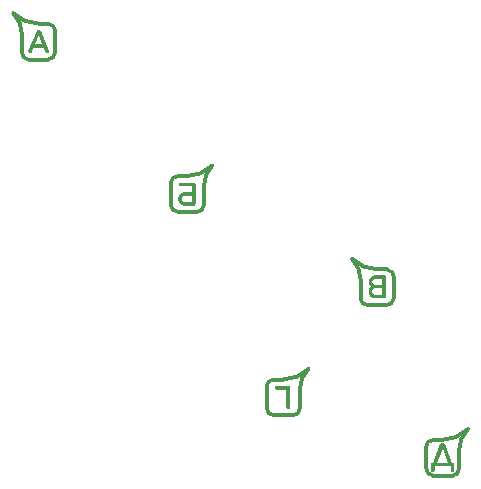
<source format=gbo>
G04*
G04 #@! TF.GenerationSoftware,Altium Limited,Altium Designer,21.0.8 (223)*
G04*
G04 Layer_Color=16777215*
%FSLAX44Y44*%
%MOMM*%
G71*
G04*
G04 #@! TF.SameCoordinates,817B6129-E2F9-410E-B20C-35ABB6862B10*
G04*
G04*
G04 #@! TF.FilePolarity,Positive*
G04*
G01*
G75*
%ADD58C,0.3000*%
G36*
X656344Y151839D02*
X656539Y151783D01*
X656733Y151727D01*
X656900Y151644D01*
X657011Y151533D01*
X657122Y151477D01*
X657177Y151422D01*
X657205Y151394D01*
X657344Y151228D01*
X657455Y151033D01*
X657538Y150867D01*
X657594Y150700D01*
X657621Y150561D01*
X657649Y150450D01*
Y150367D01*
Y150339D01*
Y133626D01*
X657621Y133377D01*
X657594Y133127D01*
X657510Y132932D01*
X657399Y132766D01*
X657177Y132488D01*
X656872Y132322D01*
X656594Y132211D01*
X656372Y132155D01*
X656178Y132127D01*
X656122D01*
X655845Y132155D01*
X655622Y132183D01*
X655428Y132266D01*
X655262Y132349D01*
X654984Y132599D01*
X654817Y132877D01*
X654706Y133154D01*
X654651Y133404D01*
X654623Y133571D01*
Y133599D01*
Y133626D01*
Y148840D01*
X646378D01*
X646128Y148868D01*
X645934Y148896D01*
X645739Y148979D01*
X645573Y149062D01*
X645462Y149118D01*
X645378Y149201D01*
X645323Y149229D01*
X645295Y149257D01*
X645156Y149423D01*
X645045Y149590D01*
X644962Y149784D01*
X644906Y149951D01*
X644879Y150117D01*
X644851Y150228D01*
Y150311D01*
Y150339D01*
X644879Y150589D01*
X644906Y150811D01*
X644990Y151006D01*
X645073Y151144D01*
X645156Y151283D01*
X645212Y151367D01*
X645267Y151422D01*
X645295Y151450D01*
X645462Y151589D01*
X645628Y151700D01*
X645823Y151755D01*
X645989Y151811D01*
X646156Y151839D01*
X646267Y151866D01*
X656122D01*
X656344Y151839D01*
D02*
G37*
G36*
X576330Y323950D02*
X576524Y323894D01*
X576719Y323839D01*
X576885Y323755D01*
X576996Y323644D01*
X577107Y323589D01*
X577163Y323533D01*
X577191Y323505D01*
X577329Y323339D01*
X577440Y323144D01*
X577524Y322978D01*
X577579Y322811D01*
X577607Y322673D01*
X577635Y322561D01*
Y322478D01*
Y322450D01*
Y305987D01*
X577607Y305765D01*
X577551Y305571D01*
X577496Y305377D01*
X577413Y305210D01*
X577329Y305099D01*
X577246Y304988D01*
X577218Y304932D01*
X577191Y304905D01*
X576996Y304766D01*
X576830Y304655D01*
X576635Y304571D01*
X576469Y304516D01*
X576330Y304488D01*
X576219Y304461D01*
X568695D01*
X568251Y304488D01*
X567835Y304544D01*
X567418Y304627D01*
X567030Y304738D01*
X566335Y304988D01*
X566030Y305154D01*
X565725Y305321D01*
X565475Y305460D01*
X565253Y305627D01*
X565059Y305765D01*
X564892Y305904D01*
X564753Y305987D01*
X564670Y306071D01*
X564614Y306126D01*
X564586Y306154D01*
X564281Y306487D01*
X564031Y306820D01*
X563781Y307153D01*
X563587Y307514D01*
X563420Y307847D01*
X563282Y308208D01*
X563087Y308847D01*
X563004Y309152D01*
X562948Y309402D01*
X562921Y309652D01*
X562893Y309846D01*
X562865Y310041D01*
Y310152D01*
Y310235D01*
Y310263D01*
X562893Y310707D01*
X562948Y311123D01*
X563032Y311540D01*
X563143Y311901D01*
X563420Y312595D01*
X563559Y312928D01*
X563726Y313206D01*
X563892Y313455D01*
X564031Y313678D01*
X564198Y313872D01*
X564309Y314038D01*
X564420Y314177D01*
X564503Y314261D01*
X564559Y314316D01*
X564586Y314344D01*
X564920Y314649D01*
X565253Y314899D01*
X565586Y315121D01*
X565947Y315315D01*
X566280Y315482D01*
X566641Y315621D01*
X567279Y315815D01*
X567557Y315898D01*
X567835Y315954D01*
X568084Y315982D01*
X568279Y316010D01*
X568473Y316037D01*
X574609D01*
Y320951D01*
X565003D01*
X564725Y320979D01*
X564503Y321007D01*
X564309Y321090D01*
X564142Y321173D01*
X563865Y321423D01*
X563698Y321701D01*
X563587Y321978D01*
X563531Y322228D01*
X563504Y322395D01*
Y322423D01*
Y322450D01*
X563531Y322728D01*
X563559Y322950D01*
X563643Y323172D01*
X563726Y323339D01*
X563976Y323616D01*
X564253Y323783D01*
X564531Y323894D01*
X564781Y323950D01*
X564947Y323977D01*
X576108D01*
X576330Y323950D01*
D02*
G37*
G36*
X787250Y103670D02*
X787500Y103559D01*
X787666Y103476D01*
X787833Y103365D01*
X787860Y103337D01*
X787916Y103309D01*
X788110Y103171D01*
X788305Y102949D01*
X788388Y102837D01*
X788444Y102726D01*
X794607Y86985D01*
X795134D01*
X795245Y86958D01*
X795384Y86930D01*
X795551Y86874D01*
X795717Y86791D01*
X795912Y86680D01*
X796078Y86513D01*
X796106Y86486D01*
X796161Y86430D01*
X796217Y86347D01*
X796328Y86208D01*
X796411Y86069D01*
X796467Y85875D01*
X796522Y85680D01*
X796550Y85458D01*
Y80406D01*
Y80378D01*
Y80350D01*
X796522Y80156D01*
X796467Y79934D01*
X796356Y79656D01*
X796189Y79351D01*
X795912Y79128D01*
X795745Y79018D01*
X795523Y78934D01*
X795301Y78906D01*
X795023Y78879D01*
X794968D01*
X794773Y78906D01*
X794551Y78962D01*
X794274Y79073D01*
X793968Y79240D01*
X793746Y79517D01*
X793635Y79711D01*
X793552Y79906D01*
X793524Y80128D01*
X793496Y80406D01*
Y83931D01*
X779948D01*
Y80406D01*
Y80378D01*
Y80350D01*
Y80267D01*
X779921Y80156D01*
X779865Y79906D01*
X779754Y79601D01*
X779587Y79295D01*
X779310Y79045D01*
X779143Y78934D01*
X778949Y78879D01*
X778727Y78823D01*
X778449Y78795D01*
X778338D01*
X778199Y78823D01*
X778061Y78851D01*
X777866Y78906D01*
X777672Y78990D01*
X777477Y79101D01*
X777311Y79267D01*
X777283Y79295D01*
X777255Y79351D01*
X777172Y79434D01*
X777117Y79573D01*
X777033Y79739D01*
X776950Y79934D01*
X776922Y80156D01*
X776895Y80406D01*
Y85458D01*
Y85486D01*
Y85569D01*
X776922Y85680D01*
X776950Y85819D01*
X777005Y85986D01*
X777089Y86152D01*
X777200Y86347D01*
X777366Y86513D01*
X777394Y86541D01*
X777450Y86597D01*
X777561Y86652D01*
X777672Y86763D01*
X777838Y86846D01*
X778033Y86902D01*
X778227Y86958D01*
X778449Y86985D01*
X778838D01*
X785001Y102726D01*
Y102754D01*
X785029Y102782D01*
X785112Y102921D01*
X785195Y103004D01*
X785306Y103115D01*
X785417Y103254D01*
X785584Y103365D01*
X785612Y103393D01*
X785667Y103420D01*
X785751Y103476D01*
X785889Y103532D01*
X786139Y103643D01*
X786278Y103698D01*
X787083D01*
X787250Y103670D01*
D02*
G37*
G36*
X445333Y453450D02*
X445583Y453339D01*
X445722Y453283D01*
X445805Y453227D01*
X445860Y453200D01*
X445888Y453172D01*
X446055Y453061D01*
X446166Y452922D01*
X446277Y452811D01*
X446360Y452728D01*
X446443Y452589D01*
X446471Y452561D01*
Y452533D01*
X453356Y435598D01*
X453412Y435376D01*
X453440Y435154D01*
X453467Y435015D01*
Y434988D01*
Y434960D01*
X453440Y434738D01*
X453384Y434516D01*
X453301Y434349D01*
X453218Y434183D01*
X453134Y434044D01*
X453051Y433960D01*
X452995Y433905D01*
X452968Y433877D01*
X452801Y433738D01*
X452607Y433655D01*
X452246Y433544D01*
X452107Y433516D01*
X451996Y433489D01*
X451885D01*
X451552Y433516D01*
X451274Y433627D01*
X451024Y433794D01*
X450830Y433960D01*
X450691Y434127D01*
X450608Y434294D01*
X450552Y434405D01*
X450524Y434432D01*
X449081Y438014D01*
X440419D01*
X438975Y434432D01*
X438809Y434127D01*
X438587Y433877D01*
X438365Y433711D01*
X438143Y433600D01*
X437948Y433544D01*
X437782Y433516D01*
X437643Y433489D01*
X437615D01*
X437393Y433516D01*
X437171Y433544D01*
X436977Y433627D01*
X436810Y433711D01*
X436699Y433766D01*
X436588Y433849D01*
X436532Y433877D01*
X436505Y433905D01*
X436338Y434072D01*
X436227Y434238D01*
X436144Y434432D01*
X436088Y434599D01*
X436060Y434738D01*
X436033Y434849D01*
Y434932D01*
Y434960D01*
X436060Y435210D01*
X436088Y435404D01*
X436116Y435543D01*
X436144Y435598D01*
X443029Y452533D01*
X443084Y452644D01*
X443168Y452756D01*
X443362Y452978D01*
X443556Y453116D01*
X443612Y453144D01*
X443639Y453172D01*
X443806Y453283D01*
X443973Y453366D01*
X444222Y453477D01*
X444389Y453505D01*
X445194D01*
X445333Y453450D01*
D02*
G37*
G36*
X737580Y245450D02*
X737774Y245394D01*
X737969Y245338D01*
X738135Y245255D01*
X738246Y245144D01*
X738357Y245089D01*
X738413Y245033D01*
X738441Y245005D01*
X738579Y244839D01*
X738690Y244644D01*
X738774Y244478D01*
X738829Y244311D01*
X738857Y244172D01*
X738885Y244061D01*
Y243978D01*
Y243950D01*
Y227487D01*
X738857Y227265D01*
X738801Y227071D01*
X738746Y226877D01*
X738663Y226710D01*
X738579Y226599D01*
X738496Y226488D01*
X738468Y226432D01*
X738441Y226405D01*
X738246Y226266D01*
X738080Y226155D01*
X737885Y226071D01*
X737719Y226016D01*
X737580Y225988D01*
X737469Y225961D01*
X729945D01*
X729473Y225988D01*
X729057Y226044D01*
X728641Y226099D01*
X728252Y226210D01*
X727530Y226488D01*
X727225Y226627D01*
X726919Y226793D01*
X726669Y226932D01*
X726447Y227071D01*
X726253Y227210D01*
X726086Y227349D01*
X725948Y227460D01*
X725864Y227515D01*
X725809Y227571D01*
X725781Y227598D01*
X725476Y227932D01*
X725226Y228265D01*
X725004Y228598D01*
X724809Y228959D01*
X724643Y229292D01*
X724532Y229653D01*
X724310Y230319D01*
X724254Y230597D01*
X724199Y230874D01*
X724171Y231124D01*
X724143Y231346D01*
X724115Y231513D01*
Y231652D01*
Y231735D01*
Y231763D01*
X724143Y232262D01*
X724199Y232707D01*
X724282Y233151D01*
X724421Y233567D01*
X724559Y233956D01*
X724698Y234317D01*
X724893Y234650D01*
X725059Y234955D01*
X725226Y235205D01*
X725392Y235455D01*
X725559Y235650D01*
X725698Y235816D01*
X725836Y235955D01*
X725920Y236038D01*
X725975Y236094D01*
X726003Y236121D01*
X725725Y236427D01*
X725448Y236760D01*
X725254Y237065D01*
X725059Y237398D01*
X724893Y237732D01*
X724754Y238065D01*
X724559Y238648D01*
X724448Y239175D01*
X724421Y239397D01*
X724393Y239592D01*
X724365Y239758D01*
Y239869D01*
Y239953D01*
Y239980D01*
X724393Y240397D01*
X724421Y240813D01*
X724504Y241174D01*
X724615Y241563D01*
X724865Y242201D01*
X725170Y242784D01*
X725309Y243034D01*
X725476Y243228D01*
X725614Y243423D01*
X725725Y243589D01*
X725836Y243701D01*
X725892Y243784D01*
X725948Y243839D01*
X725975Y243867D01*
X726281Y244145D01*
X726614Y244395D01*
X726919Y244617D01*
X727252Y244811D01*
X727586Y244950D01*
X727919Y245089D01*
X728530Y245283D01*
X729057Y245394D01*
X729279Y245422D01*
X729473Y245450D01*
X729640Y245477D01*
X737358D01*
X737580Y245450D01*
D02*
G37*
%LPC*%
G36*
X574609Y313011D02*
X568695D01*
X568279Y312983D01*
X567918Y312872D01*
X567585Y312761D01*
X567307Y312595D01*
X567057Y312456D01*
X566891Y312317D01*
X566780Y312206D01*
X566752Y312178D01*
X566474Y311873D01*
X566280Y311540D01*
X566113Y311207D01*
X566030Y310929D01*
X565975Y310651D01*
X565919Y310457D01*
Y310318D01*
Y310263D01*
X565947Y309846D01*
X566058Y309485D01*
X566169Y309152D01*
X566335Y308875D01*
X566474Y308625D01*
X566613Y308458D01*
X566724Y308347D01*
X566752Y308319D01*
X567057Y308042D01*
X567391Y307847D01*
X567724Y307709D01*
X568029Y307625D01*
X568279Y307570D01*
X568501Y307514D01*
X574609D01*
Y313011D01*
D02*
G37*
G36*
X786722Y98784D02*
X782114Y86985D01*
X791331D01*
X786722Y98784D01*
D02*
G37*
G36*
X444750Y448674D02*
X441641Y441040D01*
X447859D01*
X444750Y448674D01*
D02*
G37*
G36*
X735859Y242451D02*
X729862D01*
X729501Y242423D01*
X729168Y242340D01*
X728863Y242201D01*
X728613Y242090D01*
X728418Y241952D01*
X728252Y241813D01*
X728168Y241729D01*
X728141Y241702D01*
X727891Y241424D01*
X727724Y241119D01*
X727586Y240841D01*
X727502Y240563D01*
X727447Y240341D01*
X727419Y240147D01*
Y240036D01*
Y239980D01*
X727447Y239620D01*
X727530Y239286D01*
X727669Y238981D01*
X727780Y238731D01*
X727919Y238509D01*
X728057Y238370D01*
X728141Y238259D01*
X728168Y238231D01*
X728446Y238009D01*
X728752Y237843D01*
X729057Y237704D01*
X729335Y237621D01*
X729584Y237565D01*
X729779Y237537D01*
X735859D01*
Y242451D01*
D02*
G37*
G36*
Y234511D02*
X729890D01*
X729446Y234484D01*
X729057Y234400D01*
X728724Y234261D01*
X728446Y234123D01*
X728224Y233984D01*
X728057Y233845D01*
X727946Y233762D01*
X727919Y233734D01*
X727669Y233428D01*
X727475Y233123D01*
X727363Y232790D01*
X727252Y232457D01*
X727197Y232179D01*
X727169Y231957D01*
Y231818D01*
Y231791D01*
Y231763D01*
X727197Y231319D01*
X727280Y230930D01*
X727419Y230569D01*
X727558Y230291D01*
X727697Y230069D01*
X727835Y229903D01*
X727919Y229792D01*
X727946Y229764D01*
X728252Y229514D01*
X728585Y229320D01*
X728918Y229209D01*
X729223Y229098D01*
X729501Y229042D01*
X729751Y229014D01*
X735859D01*
Y234511D01*
D02*
G37*
%LPD*%
D58*
X808230Y115309D02*
G03*
X800750Y97250I18059J-18059D01*
G01*
X786550Y106329D02*
G03*
X808230Y115309I0J30660D01*
G01*
X772750Y82250D02*
G03*
X779000Y76000I6250J0D01*
G01*
X795250Y76000D02*
G03*
X800750Y81500I0J5500D01*
G01*
X778750Y106250D02*
G03*
X772750Y100250I0J-6000D01*
G01*
X673230Y166309D02*
G03*
X665750Y148250I18059J-18059D01*
G01*
X651550Y157329D02*
G03*
X673230Y166309I0J30660D01*
G01*
X637750Y133250D02*
G03*
X644000Y127000I6250J0D01*
G01*
X660250Y127000D02*
G03*
X665750Y132500I0J5500D01*
G01*
X643750Y157250D02*
G03*
X637750Y151250I0J-6000D01*
G01*
X717500Y241500D02*
G03*
X710020Y259559I-25539J0D01*
G01*
X710020Y259559D02*
G03*
X731700Y250579I21680J21680D01*
G01*
X739250Y220250D02*
G03*
X745500Y226500I0J6250D01*
G01*
X717500Y225750D02*
G03*
X723000Y220250I5500J0D01*
G01*
X745500Y244500D02*
G03*
X739500Y250500I-6000J0D01*
G01*
X591980Y338559D02*
G03*
X584500Y320500I18059J-18059D01*
G01*
X570300Y329579D02*
G03*
X591980Y338559I0J30660D01*
G01*
X556500Y305500D02*
G03*
X562750Y299250I6250J0D01*
G01*
X579000Y299250D02*
G03*
X584500Y304750I0J5500D01*
G01*
X562500Y329500D02*
G03*
X556500Y323500I0J-6000D01*
G01*
X458750Y452500D02*
G03*
X452750Y458500I-6000J0D01*
G01*
X430750Y433750D02*
G03*
X436250Y428250I5500J0D01*
G01*
X452500Y428250D02*
G03*
X458750Y434500I0J6250D01*
G01*
X423270Y467559D02*
G03*
X444950Y458579I21680J21680D01*
G01*
X430750Y449500D02*
G03*
X423270Y467559I-25539J0D01*
G01*
X772750Y82750D02*
X772750Y100000D01*
X800750Y97250D02*
X800750Y82000D01*
X778750Y106250D02*
X786550D01*
X779000Y76000D02*
X795250D01*
X637750Y133750D02*
Y151000D01*
X665750Y133000D02*
Y148250D01*
X643750Y157250D02*
X651550D01*
X644000Y127000D02*
X660250D01*
X745500Y227000D02*
Y244250D01*
X717500Y226250D02*
Y241500D01*
X731700Y250500D02*
X739500D01*
X723000Y220250D02*
X739250D01*
X556500Y306000D02*
Y323250D01*
X584500Y305250D02*
Y320500D01*
X562500Y329500D02*
X570300D01*
X562750Y299250D02*
X579000D01*
X436250Y428250D02*
X452500D01*
X444950Y458500D02*
X452750D01*
X430750Y434250D02*
Y449500D01*
X458750Y435000D02*
Y452250D01*
M02*

</source>
